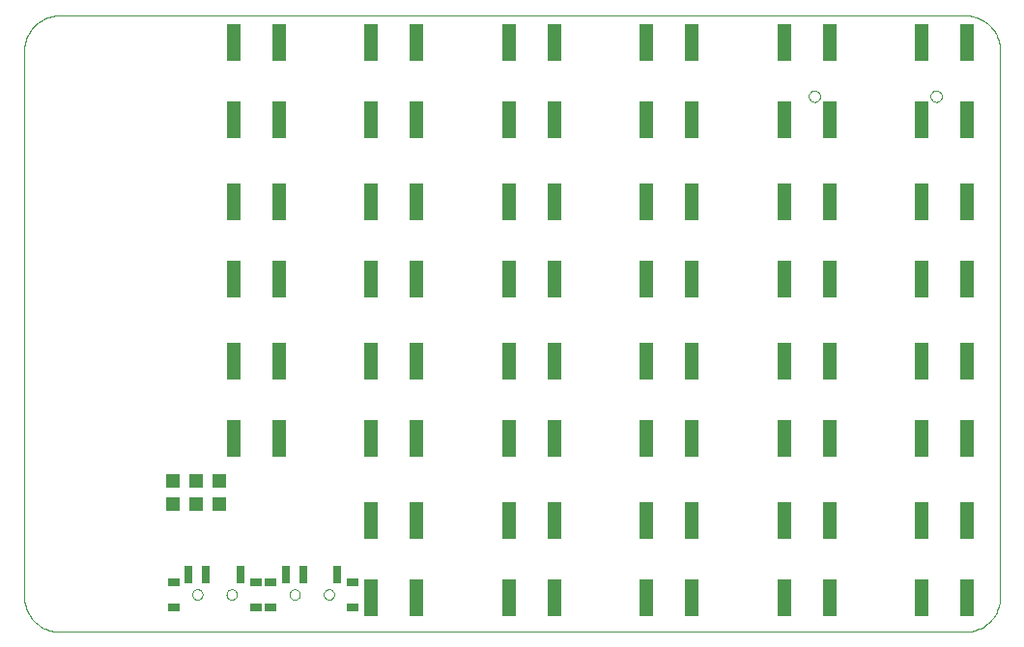
<source format=gbp>
G75*
G70*
%OFA0B0*%
%FSLAX24Y24*%
%IPPOS*%
%LPD*%
%AMOC8*
5,1,8,0,0,1.08239X$1,22.5*
%
%ADD10C,0.0001*%
%ADD11R,0.0394X0.0315*%
%ADD12R,0.0276X0.0591*%
%ADD13C,0.0000*%
%ADD14R,0.0472X0.1260*%
%ADD15R,0.0472X0.0472*%
D10*
X001323Y000141D02*
X032622Y000141D01*
X032688Y000143D01*
X032754Y000148D01*
X032820Y000158D01*
X032885Y000171D01*
X032949Y000187D01*
X033012Y000207D01*
X033074Y000231D01*
X033134Y000258D01*
X033193Y000288D01*
X033250Y000322D01*
X033305Y000359D01*
X033358Y000399D01*
X033409Y000441D01*
X033457Y000487D01*
X033503Y000535D01*
X033545Y000586D01*
X033585Y000639D01*
X033622Y000694D01*
X033656Y000751D01*
X033686Y000810D01*
X033713Y000870D01*
X033737Y000932D01*
X033757Y000995D01*
X033773Y001059D01*
X033786Y001124D01*
X033796Y001190D01*
X033801Y001256D01*
X033803Y001322D01*
X033803Y020220D01*
X033801Y020286D01*
X033796Y020352D01*
X033786Y020418D01*
X033773Y020483D01*
X033757Y020547D01*
X033737Y020610D01*
X033713Y020672D01*
X033686Y020732D01*
X033656Y020791D01*
X033622Y020848D01*
X033585Y020903D01*
X033545Y020956D01*
X033503Y021007D01*
X033457Y021055D01*
X033409Y021101D01*
X033358Y021143D01*
X033305Y021183D01*
X033250Y021220D01*
X033193Y021254D01*
X033134Y021284D01*
X033074Y021311D01*
X033012Y021335D01*
X032949Y021355D01*
X032885Y021371D01*
X032820Y021384D01*
X032754Y021394D01*
X032688Y021399D01*
X032622Y021401D01*
X001323Y021401D01*
X001257Y021399D01*
X001191Y021394D01*
X001125Y021384D01*
X001060Y021371D01*
X000996Y021355D01*
X000933Y021335D01*
X000871Y021311D01*
X000811Y021284D01*
X000752Y021254D01*
X000695Y021220D01*
X000640Y021183D01*
X000587Y021143D01*
X000536Y021101D01*
X000488Y021055D01*
X000442Y021007D01*
X000400Y020956D01*
X000360Y020903D01*
X000323Y020848D01*
X000289Y020791D01*
X000259Y020732D01*
X000232Y020672D01*
X000208Y020610D01*
X000188Y020547D01*
X000172Y020483D01*
X000159Y020418D01*
X000149Y020352D01*
X000144Y020286D01*
X000142Y020220D01*
X000142Y001322D01*
X000144Y001256D01*
X000149Y001190D01*
X000159Y001124D01*
X000172Y001059D01*
X000188Y000995D01*
X000208Y000932D01*
X000232Y000870D01*
X000259Y000810D01*
X000289Y000751D01*
X000323Y000694D01*
X000360Y000639D01*
X000400Y000586D01*
X000442Y000535D01*
X000488Y000487D01*
X000536Y000441D01*
X000587Y000399D01*
X000640Y000359D01*
X000695Y000322D01*
X000752Y000288D01*
X000811Y000258D01*
X000871Y000231D01*
X000933Y000207D01*
X000996Y000187D01*
X001060Y000171D01*
X001125Y000158D01*
X001191Y000148D01*
X001257Y000143D01*
X001323Y000141D01*
D11*
X005284Y000988D03*
X005284Y001854D03*
X008118Y001854D03*
X008644Y001854D03*
X008644Y000988D03*
X008118Y000988D03*
X011478Y000988D03*
X011478Y001854D03*
D12*
X010947Y002110D03*
X009766Y002110D03*
X009175Y002110D03*
X007587Y002110D03*
X006406Y002110D03*
X005815Y002110D03*
D13*
X005934Y001421D02*
X005936Y001447D01*
X005942Y001473D01*
X005952Y001498D01*
X005965Y001521D01*
X005981Y001541D01*
X006001Y001559D01*
X006023Y001574D01*
X006046Y001586D01*
X006072Y001594D01*
X006098Y001598D01*
X006124Y001598D01*
X006150Y001594D01*
X006176Y001586D01*
X006200Y001574D01*
X006221Y001559D01*
X006241Y001541D01*
X006257Y001521D01*
X006270Y001498D01*
X006280Y001473D01*
X006286Y001447D01*
X006288Y001421D01*
X006286Y001395D01*
X006280Y001369D01*
X006270Y001344D01*
X006257Y001321D01*
X006241Y001301D01*
X006221Y001283D01*
X006199Y001268D01*
X006176Y001256D01*
X006150Y001248D01*
X006124Y001244D01*
X006098Y001244D01*
X006072Y001248D01*
X006046Y001256D01*
X006022Y001268D01*
X006001Y001283D01*
X005981Y001301D01*
X005965Y001321D01*
X005952Y001344D01*
X005942Y001369D01*
X005936Y001395D01*
X005934Y001421D01*
X007115Y001421D02*
X007117Y001447D01*
X007123Y001473D01*
X007133Y001498D01*
X007146Y001521D01*
X007162Y001541D01*
X007182Y001559D01*
X007204Y001574D01*
X007227Y001586D01*
X007253Y001594D01*
X007279Y001598D01*
X007305Y001598D01*
X007331Y001594D01*
X007357Y001586D01*
X007381Y001574D01*
X007402Y001559D01*
X007422Y001541D01*
X007438Y001521D01*
X007451Y001498D01*
X007461Y001473D01*
X007467Y001447D01*
X007469Y001421D01*
X007467Y001395D01*
X007461Y001369D01*
X007451Y001344D01*
X007438Y001321D01*
X007422Y001301D01*
X007402Y001283D01*
X007380Y001268D01*
X007357Y001256D01*
X007331Y001248D01*
X007305Y001244D01*
X007279Y001244D01*
X007253Y001248D01*
X007227Y001256D01*
X007203Y001268D01*
X007182Y001283D01*
X007162Y001301D01*
X007146Y001321D01*
X007133Y001344D01*
X007123Y001369D01*
X007117Y001395D01*
X007115Y001421D01*
X009294Y001421D02*
X009296Y001447D01*
X009302Y001473D01*
X009312Y001498D01*
X009325Y001521D01*
X009341Y001541D01*
X009361Y001559D01*
X009383Y001574D01*
X009406Y001586D01*
X009432Y001594D01*
X009458Y001598D01*
X009484Y001598D01*
X009510Y001594D01*
X009536Y001586D01*
X009560Y001574D01*
X009581Y001559D01*
X009601Y001541D01*
X009617Y001521D01*
X009630Y001498D01*
X009640Y001473D01*
X009646Y001447D01*
X009648Y001421D01*
X009646Y001395D01*
X009640Y001369D01*
X009630Y001344D01*
X009617Y001321D01*
X009601Y001301D01*
X009581Y001283D01*
X009559Y001268D01*
X009536Y001256D01*
X009510Y001248D01*
X009484Y001244D01*
X009458Y001244D01*
X009432Y001248D01*
X009406Y001256D01*
X009382Y001268D01*
X009361Y001283D01*
X009341Y001301D01*
X009325Y001321D01*
X009312Y001344D01*
X009302Y001369D01*
X009296Y001395D01*
X009294Y001421D01*
X010475Y001421D02*
X010477Y001447D01*
X010483Y001473D01*
X010493Y001498D01*
X010506Y001521D01*
X010522Y001541D01*
X010542Y001559D01*
X010564Y001574D01*
X010587Y001586D01*
X010613Y001594D01*
X010639Y001598D01*
X010665Y001598D01*
X010691Y001594D01*
X010717Y001586D01*
X010741Y001574D01*
X010762Y001559D01*
X010782Y001541D01*
X010798Y001521D01*
X010811Y001498D01*
X010821Y001473D01*
X010827Y001447D01*
X010829Y001421D01*
X010827Y001395D01*
X010821Y001369D01*
X010811Y001344D01*
X010798Y001321D01*
X010782Y001301D01*
X010762Y001283D01*
X010740Y001268D01*
X010717Y001256D01*
X010691Y001248D01*
X010665Y001244D01*
X010639Y001244D01*
X010613Y001248D01*
X010587Y001256D01*
X010563Y001268D01*
X010542Y001283D01*
X010522Y001301D01*
X010506Y001321D01*
X010493Y001344D01*
X010483Y001369D01*
X010477Y001395D01*
X010475Y001421D01*
X027204Y018621D02*
X027206Y018648D01*
X027212Y018675D01*
X027221Y018701D01*
X027234Y018725D01*
X027250Y018748D01*
X027269Y018767D01*
X027291Y018784D01*
X027315Y018798D01*
X027340Y018808D01*
X027367Y018815D01*
X027394Y018818D01*
X027422Y018817D01*
X027449Y018812D01*
X027475Y018804D01*
X027499Y018792D01*
X027522Y018776D01*
X027543Y018758D01*
X027560Y018737D01*
X027575Y018713D01*
X027586Y018688D01*
X027594Y018662D01*
X027598Y018635D01*
X027598Y018607D01*
X027594Y018580D01*
X027586Y018554D01*
X027575Y018529D01*
X027560Y018505D01*
X027543Y018484D01*
X027522Y018466D01*
X027500Y018450D01*
X027475Y018438D01*
X027449Y018430D01*
X027422Y018425D01*
X027394Y018424D01*
X027367Y018427D01*
X027340Y018434D01*
X027315Y018444D01*
X027291Y018458D01*
X027269Y018475D01*
X027250Y018494D01*
X027234Y018517D01*
X027221Y018541D01*
X027212Y018567D01*
X027206Y018594D01*
X027204Y018621D01*
X031404Y018621D02*
X031406Y018648D01*
X031412Y018675D01*
X031421Y018701D01*
X031434Y018725D01*
X031450Y018748D01*
X031469Y018767D01*
X031491Y018784D01*
X031515Y018798D01*
X031540Y018808D01*
X031567Y018815D01*
X031594Y018818D01*
X031622Y018817D01*
X031649Y018812D01*
X031675Y018804D01*
X031699Y018792D01*
X031722Y018776D01*
X031743Y018758D01*
X031760Y018737D01*
X031775Y018713D01*
X031786Y018688D01*
X031794Y018662D01*
X031798Y018635D01*
X031798Y018607D01*
X031794Y018580D01*
X031786Y018554D01*
X031775Y018529D01*
X031760Y018505D01*
X031743Y018484D01*
X031722Y018466D01*
X031700Y018450D01*
X031675Y018438D01*
X031649Y018430D01*
X031622Y018425D01*
X031594Y018424D01*
X031567Y018427D01*
X031540Y018434D01*
X031515Y018444D01*
X031491Y018458D01*
X031469Y018475D01*
X031450Y018494D01*
X031434Y018517D01*
X031421Y018541D01*
X031412Y018567D01*
X031406Y018594D01*
X031404Y018621D01*
D14*
X031104Y017803D03*
X032679Y017803D03*
X032679Y020480D03*
X031104Y020480D03*
X027929Y020480D03*
X026354Y020480D03*
X023179Y020480D03*
X021604Y020480D03*
X018429Y020480D03*
X016854Y020480D03*
X013679Y020480D03*
X012104Y020480D03*
X008929Y020480D03*
X007354Y020480D03*
X007354Y017803D03*
X008929Y017803D03*
X012104Y017803D03*
X013679Y017803D03*
X016854Y017803D03*
X018429Y017803D03*
X021604Y017803D03*
X023179Y017803D03*
X026354Y017803D03*
X027929Y017803D03*
X027929Y014980D03*
X026354Y014980D03*
X023179Y014980D03*
X021604Y014980D03*
X018429Y014980D03*
X016854Y014980D03*
X013679Y014980D03*
X012104Y014980D03*
X008929Y014980D03*
X007354Y014980D03*
X007354Y012303D03*
X008929Y012303D03*
X012104Y012303D03*
X013679Y012303D03*
X016854Y012303D03*
X018429Y012303D03*
X021604Y012303D03*
X023179Y012303D03*
X026354Y012303D03*
X027929Y012303D03*
X031104Y012303D03*
X032679Y012303D03*
X032679Y014980D03*
X031104Y014980D03*
X031104Y009480D03*
X032679Y009480D03*
X032679Y006803D03*
X031104Y006803D03*
X027929Y006803D03*
X026354Y006803D03*
X023179Y006803D03*
X021604Y006803D03*
X018429Y006803D03*
X016854Y006803D03*
X013679Y006803D03*
X012104Y006803D03*
X008929Y006803D03*
X007354Y006803D03*
X007354Y009480D03*
X008929Y009480D03*
X012104Y009480D03*
X013679Y009480D03*
X016854Y009480D03*
X018429Y009480D03*
X021604Y009480D03*
X023179Y009480D03*
X026354Y009480D03*
X027929Y009480D03*
X027929Y003980D03*
X026354Y003980D03*
X023179Y003980D03*
X021604Y003980D03*
X018429Y003980D03*
X016854Y003980D03*
X013679Y003980D03*
X012104Y003980D03*
X012104Y001303D03*
X013679Y001303D03*
X016854Y001303D03*
X018429Y001303D03*
X021604Y001303D03*
X023179Y001303D03*
X026354Y001303D03*
X027929Y001303D03*
X031104Y001303D03*
X032679Y001303D03*
X032679Y003980D03*
X031104Y003980D03*
D15*
X006861Y004528D03*
X006061Y004528D03*
X005261Y004528D03*
X005261Y005354D03*
X006061Y005354D03*
X006861Y005354D03*
M02*

</source>
